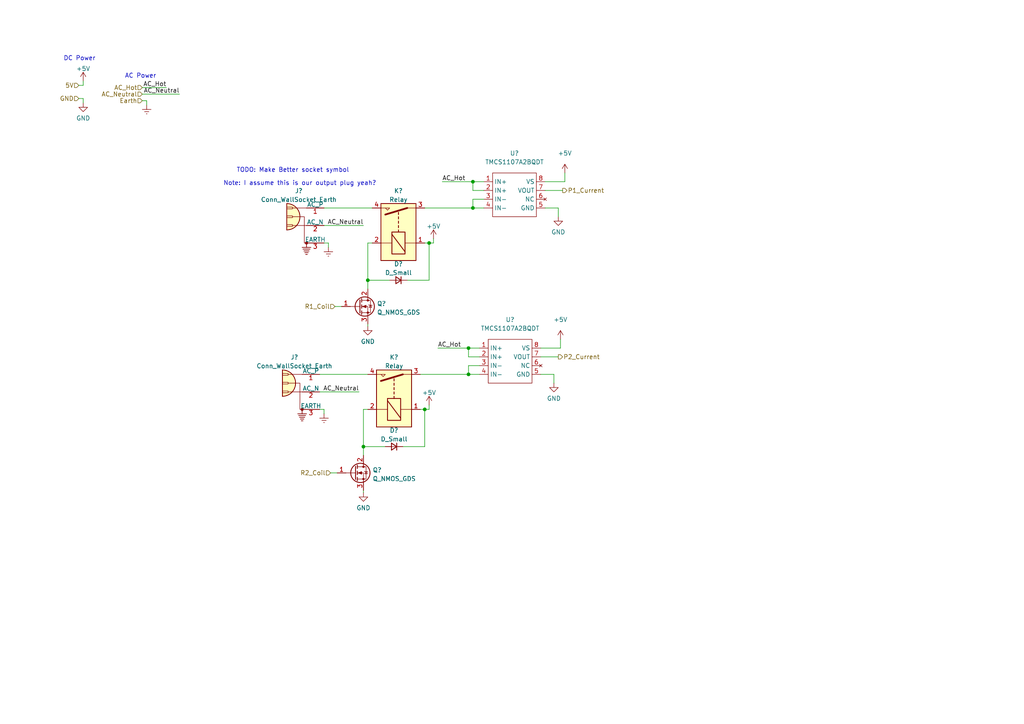
<source format=kicad_sch>
(kicad_sch (version 20211123) (generator eeschema)
  (paper "A4")
  (lib_symbols
    (symbol "Connector:Conn_WallSocket_Earth" (pin_names (offset 0))
      (property "Reference" "J" (at 3.81 6.985 0))
      (property "Value" "Conn_WallSocket_Earth" (at 7.62 2.54 90))
      (symbol "Conn_WallSocket_Earth_0_1"
        (circle (center 0 -5.08) (radius 0.3556) (fill (type outline)))
        (polyline (pts (xy -1.27 -6.35) (xy 1.27 -6.35)) (stroke (width 0.2032)))
        (polyline (pts (xy 0 -5.08) (xy 0 -6.35)) (stroke (width 0.2032)))
        (polyline (pts (xy 0.254 -8.382) (xy -0.254 -8.382)) (stroke (width 0.2032)))
        (polyline (pts (xy 0.508 -7.874) (xy -0.508 -7.874)) (stroke (width 0.2032)))
        (polyline (pts (xy 0.762 -7.366) (xy -0.762 -7.366)) (stroke (width 0.2032)))
        (polyline (pts (xy 1.016 -6.858) (xy -1.016 -6.858)) (stroke (width 0.2032)))
        (polyline (pts (xy 4.064 0) (xy 0 0)))
        (polyline (pts (xy 4.064 5.08) (xy 0 5.08)))
        (polyline (pts (xy 5.715 -1.27) (xy 5.715 6.35)) (stroke (width 0.254)))
        (polyline (pts (xy 0 -5.08) (xy 0.635 -5.08) (xy 0.635 2.54) (xy 4.064 2.54)))
        (rectangle (start 5.715 -0.254) (end 4.064 0.254))
        (rectangle (start 5.715 2.286) (end 4.064 2.794))
        (rectangle (start 5.715 4.826) (end 4.064 5.334))
        (arc (start 5.715 6.35) (mid 1.905 2.54) (end 5.715 -1.27) (stroke (width 0.254)) (fill (type background)))
      )
      (symbol "Conn_WallSocket_Earth_1_1"
        (pin power_in line (at -5.08 5.08 0) (length 5.08) (name "AC_P") (number "1"))
        (pin power_in line (at -5.08 0 0) (length 5.08) (name "AC_N") (number "2"))
        (pin passive line (at -5.08 -5.08 0) (length 5.08) (name "EARTH") (number "3"))
      )
    )
    (symbol "Device:D_Small" (pin_numbers hide) (pin_names (offset 0.254) hide)
      (property "Reference" "D" (at -1.27 2.032 0))
      (property "Value" "D_Small" (at -3.81 -2.032 0))
      (symbol "D_Small_0_1"
        (polyline (pts (xy -0.762 -1.016) (xy -0.762 1.016)) (stroke (width 0.254)))
        (polyline (pts (xy -0.762 0) (xy 0.762 0)))
        (polyline (pts (xy 0.762 -1.016) (xy -0.762 0) (xy 0.762 1.016) (xy 0.762 -1.016)) (stroke (width 0.254)))
      )
      (symbol "D_Small_1_1"
        (pin passive line (at -2.54 0 0) (length 1.778) (name "K") (number "1"))
        (pin passive line (at 2.54 0 180) (length 1.778) (name "A") (number "2"))
      )
    )
    (symbol "Device:Q_NMOS_GDS" (pin_names (offset 0) hide)
      (property "Reference" "Q" (at 5.08 1.27 0))
      (property "Value" "Q_NMOS_GDS" (at 5.08 -1.27 0))
      (symbol "Q_NMOS_GDS_0_1"
        (polyline (pts (xy 0.254 0) (xy -2.54 0)))
        (polyline (pts (xy 0.254 1.905) (xy 0.254 -1.905)) (stroke (width 0.254)))
        (polyline (pts (xy 0.762 -1.27) (xy 0.762 -2.286)) (stroke (width 0.254)))
        (polyline (pts (xy 0.762 0.508) (xy 0.762 -0.508)) (stroke (width 0.254)))
        (polyline (pts (xy 0.762 2.286) (xy 0.762 1.27)) (stroke (width 0.254)))
        (polyline (pts (xy 2.54 2.54) (xy 2.54 1.778)))
        (polyline (pts (xy 2.54 -2.54) (xy 2.54 0) (xy 0.762 0)))
        (polyline (pts (xy 0.762 -1.778) (xy 3.302 -1.778) (xy 3.302 1.778) (xy 0.762 1.778)))
        (polyline (pts (xy 1.016 0) (xy 2.032 0.381) (xy 2.032 -0.381) (xy 1.016 0)) (fill (type outline)))
        (polyline (pts (xy 2.794 0.508) (xy 2.921 0.381) (xy 3.683 0.381) (xy 3.81 0.254)))
        (polyline (pts (xy 3.302 0.381) (xy 2.921 -0.254) (xy 3.683 -0.254) (xy 3.302 0.381)))
        (circle (center 1.651 0) (radius 2.794) (stroke (width 0.254)))
        (circle (center 2.54 -1.778) (radius 0.254) (fill (type outline)))
        (circle (center 2.54 1.778) (radius 0.254) (fill (type outline)))
      )
      (symbol "Q_NMOS_GDS_1_1"
        (pin input line (at -5.08 0 0) (length 2.54) (name "G") (number "1"))
        (pin passive line (at 2.54 5.08 270) (length 2.54) (name "D") (number "2"))
        (pin passive line (at 2.54 -5.08 90) (length 2.54) (name "S") (number "3"))
      )
    )
    (symbol "Mummerplug:TMCS1107A2BQDT"
      (property "Reference" "U" (at 0 7.62 0))
      (property "Value" "TMCS1107A2BQDT" (at 0 -7.62 0))
      (symbol "TMCS1107A2BQDT_0_1"
        (rectangle (start -6.35 6.35) (end 6.35 -6.35))
      )
      (symbol "TMCS1107A2BQDT_1_1"
        (pin power_in line (at -8.89 3.81 0) (length 2.54) (name "IN+") (number "1"))
        (pin power_in line (at -8.89 1.27 0) (length 2.54) (name "IN+") (number "2"))
        (pin power_in line (at -8.89 -1.27 0) (length 2.54) (name "IN-") (number "3"))
        (pin power_in line (at -8.89 -3.81 0) (length 2.54) (name "IN-") (number "4"))
        (pin power_in line (at 8.89 -3.81 180) (length 2.54) (name "GND") (number "5"))
        (pin no_connect line (at 8.89 -1.27 180) (length 2.54) (name "NC") (number "6"))
        (pin bidirectional line (at 8.89 1.27 180) (length 2.54) (name "VOUT") (number "7"))
        (pin power_in line (at 8.89 3.81 180) (length 2.54) (name "VS") (number "8"))
      )
    )
    (symbol "Relay:UMS05-1A80-75L"
      (property "Reference" "K" (at 7.62 3.81 0))
      (property "Value" "UMS05-1A80-75L" (at 7.62 1.27 0))
      (symbol "UMS05-1A80-75L_0_0"
        (polyline (pts (xy 5.08 5.08) (xy 5.08 2.54) (xy 4.445 3.175) (xy 5.08 3.81)))
      )
      (symbol "UMS05-1A80-75L_0_1"
        (rectangle (start -10.16 5.08) (end 6.35 -5.08) (stroke (width 0.254)) (fill (type background)))
        (rectangle (start -8.255 1.905) (end -1.905 -1.905) (stroke (width 0.254)))
        (polyline (pts (xy -7.62 -1.905) (xy -2.54 1.905)) (stroke (width 0.254)))
        (polyline (pts (xy -5.08 -5.08) (xy -5.08 -1.905)))
        (polyline (pts (xy -5.08 5.08) (xy -5.08 1.905)))
        (polyline (pts (xy -1.905 0) (xy -1.27 0)) (stroke (width 0.254)))
        (polyline (pts (xy -0.635 0) (xy 0 0)) (stroke (width 0.254)))
        (polyline (pts (xy 0.635 0) (xy 1.27 0)) (stroke (width 0.254)))
        (polyline (pts (xy 1.905 0) (xy 2.54 0)) (stroke (width 0.254)))
        (polyline (pts (xy 3.175 0) (xy 3.81 0)) (stroke (width 0.254)))
        (polyline (pts (xy 5.08 -2.54) (xy 3.175 3.81)) (stroke (width 0.508)))
        (polyline (pts (xy 5.08 -2.54) (xy 5.08 -5.08)))
      )
      (symbol "UMS05-1A80-75L_1_1"
        (pin passive line (at -5.08 -7.62 90) (length 2.54) (name "~") (number "1"))
        (pin passive line (at -5.08 7.62 270) (length 2.54) (name "~") (number "2"))
        (pin passive line (at 5.08 -7.62 90) (length 2.54) (name "~") (number "3"))
        (pin passive line (at 5.08 7.62 270) (length 2.54) (name "~") (number "4"))
      )
    )
    (symbol "power:+5V" (power) (pin_names (offset 0))
      (property "Value" "+5V" (at 0 3.556 0))
      (symbol "+5V_0_1"
        (polyline (pts (xy -0.762 1.27) (xy 0 2.54)))
        (polyline (pts (xy 0 0) (xy 0 2.54)))
        (polyline (pts (xy 0 2.54) (xy 0.762 1.27)))
      )
      (symbol "+5V_1_1"
        (pin power_in line (at 0 0 90) (length 0) hide (name "+5V") (number "1"))
      )
    )
    (symbol "power:Earth" (power) (pin_names (offset 0))
      (symbol "Earth_0_1"
        (polyline (pts (xy -0.635 -1.905) (xy 0.635 -1.905)))
        (polyline (pts (xy -0.127 -2.54) (xy 0.127 -2.54)))
        (polyline (pts (xy 0 -1.27) (xy 0 0)))
        (polyline (pts (xy 1.27 -1.27) (xy -1.27 -1.27)))
      )
      (symbol "Earth_1_1"
        (pin power_in line (at 0 0 270) (length 0) hide (name "Earth") (number "1"))
      )
    )
    (symbol "power:GND" (power) (pin_names (offset 0))
      (property "Value" "GND" (at 0 -3.81 0))
      (symbol "GND_0_1"
        (polyline (pts (xy 0 0) (xy 0 -1.27) (xy 1.27 -1.27) (xy 0 -2.54) (xy -1.27 -1.27) (xy 0 -1.27)))
      )
      (symbol "GND_1_1"
        (pin power_in line (at 0 0 270) (length 0) hide (name "GND") (number "1"))
      )
    )
  )
  (junction (at 124.46 70.485))
  (junction (at 106.68 81.28))
  (junction (at 135.89 100.965))
  (junction (at 137.16 60.325))
  (junction (at 123.19 118.745))
  (junction (at 137.16 52.705))
  (junction (at 105.41 129.54))
  (junction (at 135.89 108.585))
  (wire (pts (xy 93.98 60.325) (xy 107.95 60.325)))
  (wire (pts (xy 123.19 129.54) (xy 123.19 118.745)))
  (wire (pts (xy 41.275 29.21) (xy 42.545 29.21)))
  (wire (pts (xy 163.83 52.705) (xy 158.115 52.705)))
  (wire (pts (xy 137.16 57.785) (xy 137.16 60.325)))
  (wire (pts (xy 125.73 69.215) (xy 125.73 70.485)))
  (wire (pts (xy 93.98 118.745) (xy 92.71 118.745)))
  (wire (pts (xy 105.41 129.54) (xy 111.76 129.54)))
  (wire (pts (xy 22.86 24.765) (xy 24.13 24.765)))
  (wire (pts (xy 116.84 129.54) (xy 123.19 129.54)))
  (wire (pts (xy 97.155 88.9) (xy 99.06 88.9)))
  (wire (pts (xy 123.19 70.485) (xy 124.46 70.485)))
  (wire (pts (xy 93.98 120.015) (xy 93.98 118.745)))
  (wire (pts (xy 161.925 62.865) (xy 161.925 60.325)))
  (wire (pts (xy 42.545 29.21) (xy 42.545 30.48)))
  (wire (pts (xy 137.16 52.705) (xy 140.335 52.705)))
  (wire (pts (xy 135.89 108.585) (xy 139.065 108.585)))
  (wire (pts (xy 123.19 60.325) (xy 137.16 60.325)))
  (wire (pts (xy 95.885 137.16) (xy 97.79 137.16)))
  (wire (pts (xy 135.89 106.045) (xy 135.89 108.585)))
  (wire (pts (xy 22.86 28.575) (xy 24.13 28.575)))
  (wire (pts (xy 137.16 52.705) (xy 128.27 52.705)))
  (wire (pts (xy 92.71 113.665) (xy 104.14 113.665)))
  (wire (pts (xy 163.83 50.165) (xy 163.83 52.705)))
  (wire (pts (xy 161.925 60.325) (xy 158.115 60.325)))
  (wire (pts (xy 121.92 108.585) (xy 135.89 108.585)))
  (wire (pts (xy 135.89 100.965) (xy 127 100.965)))
  (wire (pts (xy 139.065 106.045) (xy 135.89 106.045)))
  (wire (pts (xy 41.275 25.4) (xy 48.26 25.4)))
  (wire (pts (xy 124.46 70.485) (xy 125.73 70.485)))
  (wire (pts (xy 106.68 83.82) (xy 106.68 81.28)))
  (wire (pts (xy 105.41 129.54) (xy 105.41 118.745)))
  (wire (pts (xy 135.89 100.965) (xy 135.89 103.505)))
  (wire (pts (xy 118.11 81.28) (xy 124.46 81.28)))
  (wire (pts (xy 121.92 118.745) (xy 123.19 118.745)))
  (wire (pts (xy 92.71 108.585) (xy 106.68 108.585)))
  (wire (pts (xy 135.89 103.505) (xy 139.065 103.505)))
  (wire (pts (xy 106.68 81.28) (xy 106.68 70.485)))
  (wire (pts (xy 137.16 55.245) (xy 140.335 55.245)))
  (wire (pts (xy 160.655 111.125) (xy 160.655 108.585)))
  (wire (pts (xy 105.41 118.745) (xy 106.68 118.745)))
  (wire (pts (xy 106.68 93.98) (xy 106.68 94.615)))
  (wire (pts (xy 135.89 100.965) (xy 139.065 100.965)))
  (wire (pts (xy 123.19 118.745) (xy 124.46 118.745)))
  (wire (pts (xy 137.16 60.325) (xy 140.335 60.325)))
  (wire (pts (xy 95.25 71.755) (xy 95.25 70.485)))
  (wire (pts (xy 106.68 81.28) (xy 113.03 81.28)))
  (wire (pts (xy 24.13 28.575) (xy 24.13 29.845)))
  (wire (pts (xy 93.98 65.405) (xy 105.41 65.405)))
  (wire (pts (xy 24.13 24.765) (xy 24.13 23.495)))
  (wire (pts (xy 124.46 81.28) (xy 124.46 70.485)))
  (wire (pts (xy 158.115 55.245) (xy 163.195 55.245)))
  (wire (pts (xy 124.46 117.475) (xy 124.46 118.745)))
  (wire (pts (xy 160.655 108.585) (xy 156.845 108.585)))
  (wire (pts (xy 162.56 100.965) (xy 156.845 100.965)))
  (wire (pts (xy 105.41 142.24) (xy 105.41 142.875)))
  (wire (pts (xy 156.845 103.505) (xy 161.925 103.505)))
  (wire (pts (xy 106.68 70.485) (xy 107.95 70.485)))
  (wire (pts (xy 41.275 27.305) (xy 52.07 27.305)))
  (wire (pts (xy 140.335 57.785) (xy 137.16 57.785)))
  (wire (pts (xy 105.41 132.08) (xy 105.41 129.54)))
  (wire (pts (xy 162.56 98.425) (xy 162.56 100.965)))
  (wire (pts (xy 137.16 52.705) (xy 137.16 55.245)))
  (wire (pts (xy 95.25 70.485) (xy 93.98 70.485)))
  (text "TODO: Make Better socket symbol" (at 68.58 50.165 0) (effects (font (size 1.27 1.27)) (justify left bottom)))
  (text "AC Power" (at 36.195 22.86 0) (effects (font (size 1.27 1.27)) (justify left bottom)))
  (text "DC Power\n" (at 18.415 17.78 0) (effects (font (size 1.27 1.27)) (justify left bottom)))
  (text "Note: I assume this is our output plug yeah?\n" (at 64.77 53.975 0) (effects (font (size 1.27 1.27)) (justify left bottom)))
  (label "AC_Hot" (at 128.27 52.705 0))
  (label "AC_Hot" (at 127 100.965 0))
  (label "AC_Neutral" (at 52.07 27.305 180))
  (label "AC_Neutral" (at 104.14 113.665 180))
  (label "AC_Hot" (at 48.26 25.4 180))
  (label "AC_Neutral" (at 105.41 65.405 180))
  (hierarchical_label "AC_Hot" (shape input) (at 41.275 25.4 180))
  (hierarchical_label "Earth" (shape input) (at 41.275 29.21 180))
  (hierarchical_label "AC_Neutral" (shape input) (at 41.275 27.305 180))
  (hierarchical_label "P2_Current" (shape output) (at 161.925 103.505 0))
  (hierarchical_label "P1_Current" (shape output) (at 163.195 55.245 0))
  (hierarchical_label "5V" (shape input) (at 22.86 24.765 180))
  (hierarchical_label "R1_Coil" (shape input) (at 97.155 88.9 180))
  (hierarchical_label "R2_Coil" (shape input) (at 95.885 137.16 180))
  (hierarchical_label "GND" (shape input) (at 22.86 28.575 180))
  (symbol (lib_id "power:+5V") (at 124.46 117.475 0) (unit 1)
    (property "Reference" "#PWR?" (effects hide))
    (property "Value" "+5V" (at 124.46 113.8992 0))
  )
  (symbol (lib_id "power:Earth") (at 95.25 71.755 0) (unit 1)
    (property "Reference" "#PWR?" (effects hide))
    (property "Value" "Earth" (effects hide))
  )
  (symbol (lib_id "power:Earth") (at 42.545 30.48 0) (unit 1)
    (property "Reference" "#PWR?" (effects hide))
    (property "Value" "Earth" (effects hide))
  )
  (symbol (lib_id "Device:D_Small") (at 115.57 81.28 180) (unit 1)
    (property "Reference" "D?" (at 115.57 76.5642 0))
    (property "Value" "D_Small" (at 115.57 79.1011 0))
  )
  (symbol (lib_id "power:GND") (at 24.13 29.845 0) (unit 1)
    (property "Reference" "#PWR?" (effects hide))
    (property "Value" "GND" (at 24.13 34.2884 0))
  )
  (symbol (lib_id "power:GND") (at 106.68 94.615 0) (unit 1)
    (property "Reference" "#PWR?" (effects hide))
    (property "Value" "GND" (at 106.68 99.0584 0))
  )
  (symbol (lib_id "power:+5V") (at 24.13 23.495 0) (unit 1)
    (property "Reference" "#PWR?" (effects hide))
    (property "Value" "+5V" (at 24.13 19.9192 0))
  )
  (symbol (lib_id "power:GND") (at 160.655 111.125 0) (unit 1)
    (property "Reference" "#PWR?" (effects hide))
    (property "Value" "GND" (at 160.655 115.57 0))
  )
  (symbol (lib_id "power:Earth") (at 93.98 120.015 0) (unit 1)
    (property "Reference" "#PWR?" (effects hide))
    (property "Value" "Earth" (effects hide))
  )
  (symbol (lib_id "Device:Q_NMOS_GDS") (at 102.87 137.16 0) (unit 1)
    (property "Reference" "Q?" (at 108.077 136.3253 0) (effects (justify left)))
    (property "Value" "Q_NMOS_GDS" (at 108.077 138.8622 0) (effects (justify left)))
  )
  (symbol (lib_id "power:+5V") (at 163.83 50.165 0) (unit 1)
    (property "Reference" "#PWR?" (effects hide))
    (property "Value" "+5V" (at 163.83 44.45 0))
  )
  (symbol (lib_id "Device:D_Small") (at 114.3 129.54 180) (unit 1)
    (property "Reference" "D?" (at 114.3 124.8242 0))
    (property "Value" "D_Small" (at 114.3 127.3611 0))
  )
  (symbol (lib_id "power:+5V") (at 162.56 98.425 0) (unit 1)
    (property "Reference" "#PWR?" (effects hide))
    (property "Value" "+5V" (at 162.56 92.71 0))
  )
  (symbol (lib_id "Mummerplug:TMCS1107A2BQDT") (at 147.955 104.775 0) (unit 1)
    (property "Reference" "U?" (at 147.955 92.71 0))
    (property "Value" "TMCS1107A2BQDT" (at 147.955 95.25 0))
    (property "Footprint" "mummerplug:TMCS1107A2BQDT" (effects hide))
    (property "Datasheet" "https://www.ti.com/lit/ds/symlink/tmcs1107.pdf" (effects hide))
  )
  (symbol (lib_id "Relay:UMS05-1A80-75L") (at 114.3 113.665 90) (unit 1)
    (property "Reference" "K?" (at 114.3 103.6152 90))
    (property "Value" "Relay" (at 114.3 106.1521 90))
  )
  (symbol (lib_id "Relay:UMS05-1A80-75L") (at 115.57 65.405 90) (unit 1)
    (property "Reference" "K?" (at 115.57 55.3552 90))
    (property "Value" "Relay" (at 115.57 57.8921 90))
  )
  (symbol (lib_id "power:GND") (at 161.925 62.865 0) (unit 1)
    (property "Reference" "#PWR?" (effects hide))
    (property "Value" "GND" (at 161.925 67.31 0))
  )
  (symbol (lib_id "power:+5V") (at 125.73 69.215 0) (unit 1)
    (property "Reference" "#PWR?" (effects hide))
    (property "Value" "+5V" (at 125.73 65.6392 0))
  )
  (symbol (lib_id "Device:Q_NMOS_GDS") (at 104.14 88.9 0) (unit 1)
    (property "Reference" "Q?" (at 109.347 88.0653 0) (effects (justify left)))
    (property "Value" "Q_NMOS_GDS" (at 109.347 90.6022 0) (effects (justify left)))
  )
  (symbol (lib_id "Connector:Conn_WallSocket_Earth") (at 88.9 65.405 0) (mirror y) (unit 1)
    (property "Reference" "J?" (at 86.6648 55.3552 0))
    (property "Value" "Conn_WallSocket_Earth" (at 86.6648 57.8921 0))
  )
  (symbol (lib_id "Connector:Conn_WallSocket_Earth") (at 87.63 113.665 0) (mirror y) (unit 1)
    (property "Reference" "J?" (at 85.3948 103.6152 0))
    (property "Value" "Conn_WallSocket_Earth" (at 85.3948 106.1521 0))
  )
  (symbol (lib_id "power:GND") (at 105.41 142.875 0) (unit 1)
    (property "Reference" "#PWR?" (effects hide))
    (property "Value" "GND" (at 105.41 147.3184 0))
  )
  (symbol (lib_id "Mummerplug:TMCS1107A2BQDT") (at 149.225 56.515 0) (unit 1)
    (property "Reference" "U?" (at 149.225 44.45 0))
    (property "Value" "TMCS1107A2BQDT" (at 149.225 46.99 0))
    (property "Footprint" "mummerplug:TMCS1107A2BQDT" (effects hide))
    (property "Datasheet" "https://www.ti.com/lit/ds/symlink/tmcs1107.pdf" (effects hide))
  )
)
</source>
